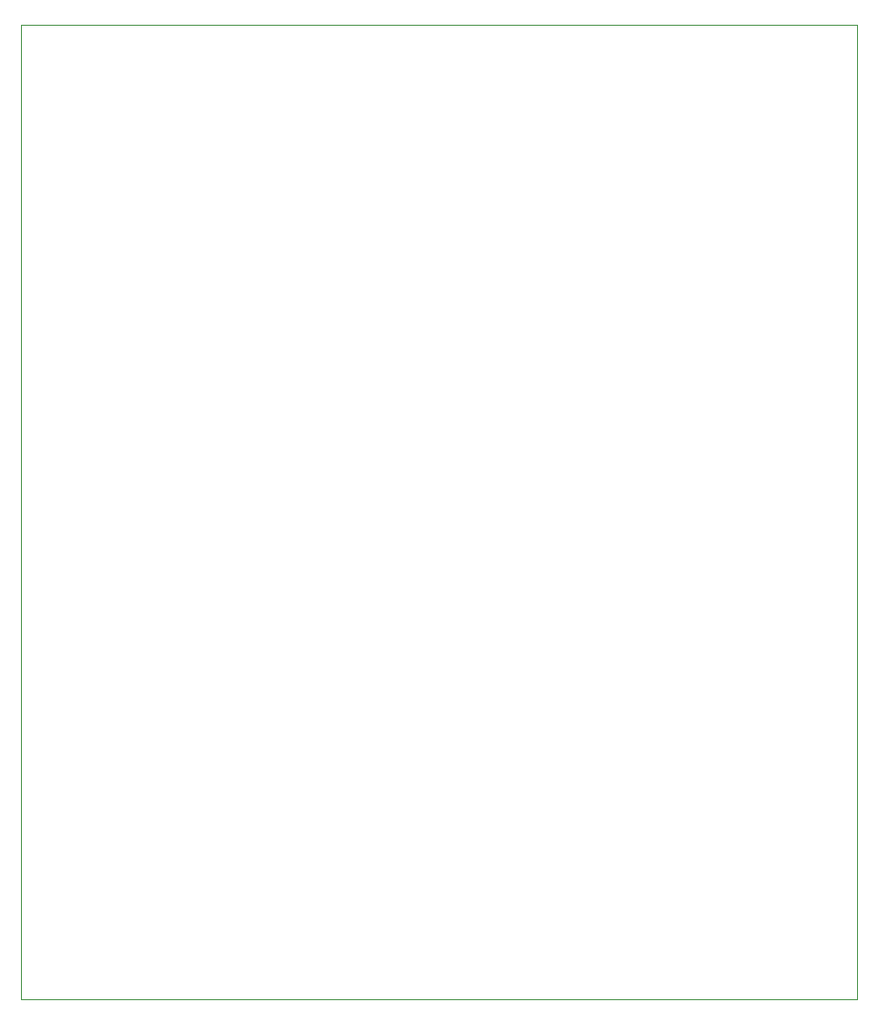
<source format=gtp>
G75*
%MOIN*%
%OFA0B0*%
%FSLAX25Y25*%
%IPPOS*%
%LPD*%
%AMOC8*
5,1,8,0,0,1.08239X$1,22.5*
%
%ADD10C,0.00000*%
D10*
X0003769Y0015385D02*
X0003769Y0356291D01*
X0296131Y0356133D01*
X0296052Y0015385D01*
X0003769Y0015385D01*
M02*

</source>
